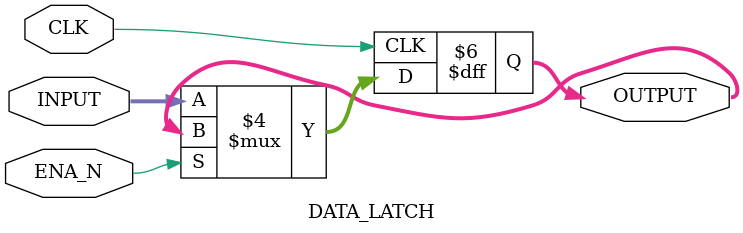
<source format=v>
module DATA_LATCH
(
	input					CLK,
	input					ENA_N,
	input			[11:0]	INPUT,
	output reg		[11:0]	OUTPUT
);

always@(posedge CLK)
	if(~ENA_N)
		OUTPUT = INPUT;
	else
		OUTPUT = OUTPUT;
endmodule

</source>
